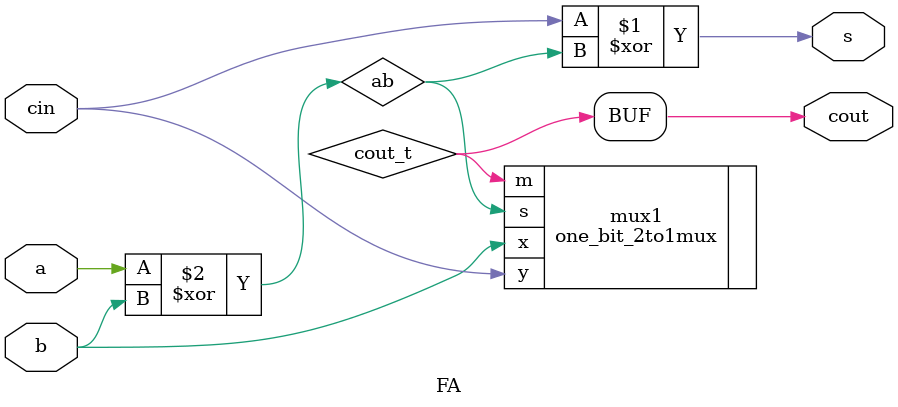
<source format=v>
module FA(a,b,cin,cout,s);
	//all inputs and outputs are 1-bit
	input a, b, cin;
	output cout,s;
	
	wire ab;
	wire s_t, cout_t;

	
	assign	s = cin^ab;
	assign	ab = a^b;
	assign	cout = cout_t;

	one_bit_2to1mux mux1 (.s(ab), .x(b), .y(cin), .m(cout_t));
endmodule

</source>
